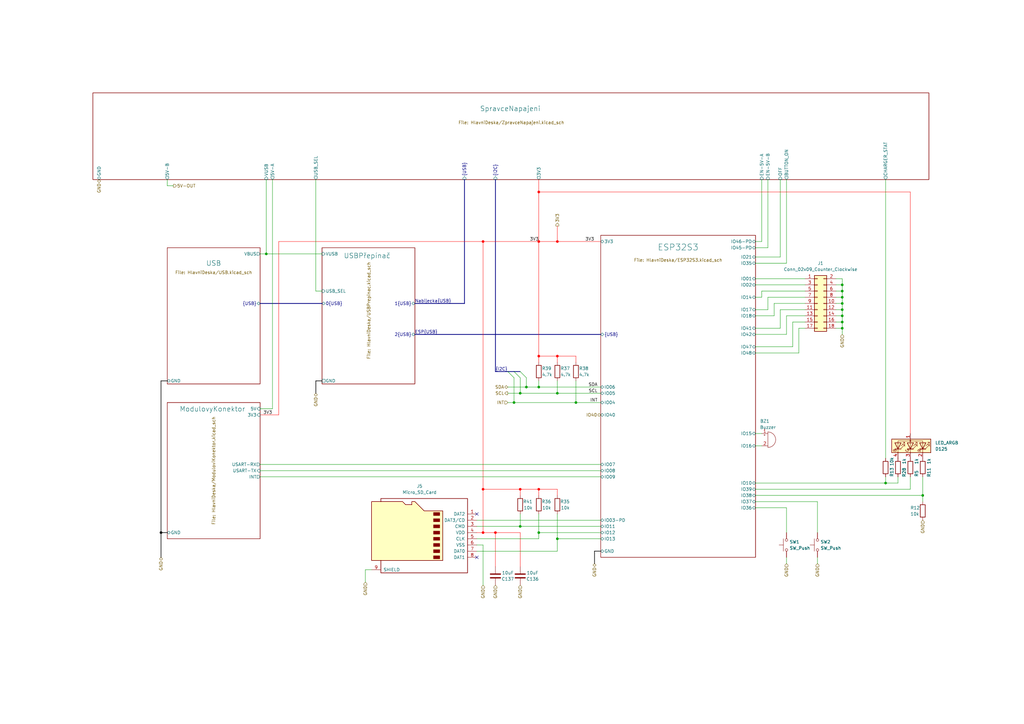
<source format=kicad_sch>
(kicad_sch (version 20250114) (generator "eeschema") (generator_version "9.0")
  (paper "A3")
  (lib_symbols
    (symbol "Connector:Micro_SD_Card" (pin_names (offset 1.016))
      (property "Reference" "J" (at -16.51 15.24 0))
      (property "Value" "Micro_SD_Card" (at 16.51 15.24 0))
      (symbol "Micro_SD_Card_0_1"
        (polyline (pts (xy -8.89 -11.43) (xy -8.89 8.89) (xy -1.27 8.89) (xy 2.54 12.7) (xy 3.81 12.7) (xy 3.81 11.43) (xy 6.35 11.43) (xy 7.62 12.7) (xy 20.32 12.7) (xy 20.32 -11.43) (xy -8.89 -11.43)) (stroke (width 0.254)) (fill (type background)))
        (rectangle (start -7.62 8.255) (end -5.08 6.985) (fill (type outline)))
        (rectangle (start -7.62 5.715) (end -5.08 4.445) (fill (type outline)))
        (rectangle (start -7.62 3.175) (end -5.08 1.905) (fill (type outline)))
        (rectangle (start -7.62 0.635) (end -5.08 -0.635) (fill (type outline)))
        (rectangle (start -7.62 -1.905) (end -5.08 -3.175) (fill (type outline)))
        (rectangle (start -7.62 -4.445) (end -5.08 -5.715) (fill (type outline)))
        (rectangle (start -7.62 -6.985) (end -5.08 -8.255) (fill (type outline)))
        (rectangle (start -7.62 -9.525) (end -5.08 -10.795) (fill (type outline)))
        (polyline (pts (xy 16.51 12.7) (xy 16.51 13.97) (xy -19.05 13.97) (xy -19.05 -16.51) (xy 16.51 -16.51) (xy 16.51 -11.43)) (stroke (width 0.254)))
      )
      (symbol "Micro_SD_Card_1_1"
        (pin bidirectional line (at -22.86 7.62 0) (length 3.81) (name "DAT2") (number "1"))
        (pin bidirectional line (at -22.86 5.08 0) (length 3.81) (name "DAT3/CD") (number "2"))
        (pin input line (at -22.86 2.54 0) (length 3.81) (name "CMD") (number "3"))
        (pin power_in line (at -22.86 0 0) (length 3.81) (name "VDD") (number "4"))
        (pin input line (at -22.86 -2.54 0) (length 3.81) (name "CLK") (number "5"))
        (pin power_in line (at -22.86 -5.08 0) (length 3.81) (name "VSS") (number "6"))
        (pin bidirectional line (at -22.86 -7.62 0) (length 3.81) (name "DAT0") (number "7"))
        (pin bidirectional line (at -22.86 -10.16 0) (length 3.81) (name "DAT1") (number "8"))
        (pin passive line (at 20.32 -15.24 180) (length 3.81) (name "SHIELD") (number "9"))
      )
    )
    (symbol "Connector_Generic:Conn_02x09_Odd_Even" (pin_names (offset 1.016) (hide yes))
      (property "Reference" "J" (at 1.27 12.7 0))
      (property "Value" "Conn_02x09_Odd_Even" (at 1.27 -12.7 0))
      (symbol "Conn_02x09_Odd_Even_1_1"
        (rectangle (start -1.27 11.43) (end 3.81 -11.43) (stroke (width 0.254)) (fill (type background)))
        (rectangle (start -1.27 10.287) (end 0 10.033) (stroke (width 0.1524)))
        (rectangle (start -1.27 7.747) (end 0 7.493) (stroke (width 0.1524)))
        (rectangle (start -1.27 5.207) (end 0 4.953) (stroke (width 0.1524)))
        (rectangle (start -1.27 2.667) (end 0 2.413) (stroke (width 0.1524)))
        (rectangle (start -1.27 0.127) (end 0 -0.127) (stroke (width 0.1524)))
        (rectangle (start -1.27 -2.413) (end 0 -2.667) (stroke (width 0.1524)))
        (rectangle (start -1.27 -4.953) (end 0 -5.207) (stroke (width 0.1524)))
        (rectangle (start -1.27 -7.493) (end 0 -7.747) (stroke (width 0.1524)))
        (rectangle (start -1.27 -10.033) (end 0 -10.287) (stroke (width 0.1524)))
        (rectangle (start 3.81 10.287) (end 2.54 10.033) (stroke (width 0.1524)))
        (rectangle (start 3.81 7.747) (end 2.54 7.493) (stroke (width 0.1524)))
        (rectangle (start 3.81 5.207) (end 2.54 4.953) (stroke (width 0.1524)))
        (rectangle (start 3.81 2.667) (end 2.54 2.413) (stroke (width 0.1524)))
        (rectangle (start 3.81 0.127) (end 2.54 -0.127) (stroke (width 0.1524)))
        (rectangle (start 3.81 -2.413) (end 2.54 -2.667) (stroke (width 0.1524)))
        (rectangle (start 3.81 -4.953) (end 2.54 -5.207) (stroke (width 0.1524)))
        (rectangle (start 3.81 -7.493) (end 2.54 -7.747) (stroke (width 0.1524)))
        (rectangle (start 3.81 -10.033) (end 2.54 -10.287) (stroke (width 0.1524)))
        (pin passive line (at -5.08 10.16 0) (length 3.81) (name "Pin_1") (number "1"))
        (pin passive line (at -5.08 7.62 0) (length 3.81) (name "Pin_3") (number "3"))
        (pin passive line (at -5.08 5.08 0) (length 3.81) (name "Pin_5") (number "5"))
        (pin passive line (at -5.08 2.54 0) (length 3.81) (name "Pin_7") (number "7"))
        (pin passive line (at -5.08 0 0) (length 3.81) (name "Pin_9") (number "9"))
        (pin passive line (at -5.08 -2.54 0) (length 3.81) (name "Pin_11") (number "11"))
        (pin passive line (at -5.08 -5.08 0) (length 3.81) (name "Pin_13") (number "13"))
        (pin passive line (at -5.08 -7.62 0) (length 3.81) (name "Pin_15") (number "15"))
        (pin passive line (at -5.08 -10.16 0) (length 3.81) (name "Pin_17") (number "17"))
        (pin passive line (at 7.62 10.16 180) (length 3.81) (name "Pin_2") (number "2"))
        (pin passive line (at 7.62 7.62 180) (length 3.81) (name "Pin_4") (number "4"))
        (pin passive line (at 7.62 5.08 180) (length 3.81) (name "Pin_6") (number "6"))
        (pin passive line (at 7.62 2.54 180) (length 3.81) (name "Pin_8") (number "8"))
        (pin passive line (at 7.62 0 180) (length 3.81) (name "Pin_10") (number "10"))
        (pin passive line (at 7.62 -2.54 180) (length 3.81) (name "Pin_12") (number "12"))
        (pin passive line (at 7.62 -5.08 180) (length 3.81) (name "Pin_14") (number "14"))
        (pin passive line (at 7.62 -7.62 180) (length 3.81) (name "Pin_16") (number "16"))
        (pin passive line (at 7.62 -10.16 180) (length 3.81) (name "Pin_18") (number "18"))
      )
    )
    (symbol "Device:Buzzer" (pin_names (offset 0.0254) (hide yes))
      (property "Reference" "BZ" (at 3.81 1.27 0))
      (property "Value" "Buzzer" (at 3.81 -1.27 0))
      (symbol "Buzzer_0_1"
        (polyline (pts (xy -1.651 1.905) (xy -1.143 1.905)))
        (polyline (pts (xy -1.397 2.159) (xy -1.397 1.651)))
        (arc (start 0 3.175) (mid 3.1612 0) (end 0 -3.175))
        (polyline (pts (xy 0 3.175) (xy 0 -3.175)))
      )
      (symbol "Buzzer_1_1"
        (pin passive line (at -2.54 2.54 0) (length 2.54) (name "-") (number "1"))
        (pin passive line (at -2.54 -2.54 0) (length 2.54) (name "+") (number "2"))
      )
    )
    (symbol "Device:C" (pin_numbers (hide yes)) (pin_names (offset 0.254))
      (property "Reference" "C" (at 0.635 2.54 0))
      (property "Value" "C" (at 0.635 -2.54 0))
      (symbol "C_0_1"
        (polyline (pts (xy -2.032 0.762) (xy 2.032 0.762)) (stroke (width 0.508)))
        (polyline (pts (xy -2.032 -0.762) (xy 2.032 -0.762)) (stroke (width 0.508)))
      )
      (symbol "C_1_1"
        (pin passive line (at 0 3.81 270) (length 2.794) (name "~") (number "1"))
        (pin passive line (at 0 -3.81 90) (length 2.794) (name "~") (number "2"))
      )
    )
    (symbol "Device:LED_ARGB" (pin_names (offset 0) (hide yes))
      (property "Reference" "D" (at 0 9.398 0))
      (property "Value" "LED_ARGB" (at 0 -8.89 0))
      (symbol "LED_ARGB_0_0"
        (text "R" (at -1.905 3.81 0) (effects (font (size 1.27 1.27))))
        (text "G" (at -1.905 -1.27 0) (effects (font (size 1.27 1.27))))
        (text "B" (at -1.905 -6.35 0) (effects (font (size 1.27 1.27))))
      )
      (symbol "LED_ARGB_0_1"
        (polyline (pts (xy -1.27 6.35) (xy -1.27 3.81)) (stroke (width 0.254)))
        (polyline (pts (xy -1.27 6.35) (xy -1.27 3.81) (xy -1.27 3.81)))
        (polyline (pts (xy -1.27 5.08) (xy -2.54 5.08)))
        (polyline (pts (xy -1.27 5.08) (xy 1.27 5.08)))
        (polyline (pts (xy -1.27 1.27) (xy -1.27 -1.27)) (stroke (width 0.254)))
        (polyline (pts (xy -1.27 1.27) (xy -1.27 -1.27) (xy -1.27 -1.27)))
        (polyline (pts (xy -1.27 0) (xy -2.54 0)))
        (polyline (pts (xy -1.27 -3.81) (xy -1.27 -6.35)) (stroke (width 0.254)))
        (polyline (pts (xy -1.27 -5.08) (xy -2.54 -5.08)))
        (polyline (pts (xy -1.27 -5.08) (xy 1.27 -5.08)))
        (polyline (pts (xy -1.016 6.35) (xy 0.508 7.874) (xy -0.254 7.874) (xy 0.508 7.874) (xy 0.508 7.112)))
        (polyline (pts (xy -1.016 1.27) (xy 0.508 2.794) (xy -0.254 2.794) (xy 0.508 2.794) (xy 0.508 2.032)))
        (polyline (pts (xy -1.016 -3.81) (xy 0.508 -2.286) (xy -0.254 -2.286) (xy 0.508 -2.286) (xy 0.508 -3.048)))
        (polyline (pts (xy 0 6.35) (xy 1.524 7.874) (xy 0.762 7.874) (xy 1.524 7.874) (xy 1.524 7.112)))
        (polyline (pts (xy 0 1.27) (xy 1.524 2.794) (xy 0.762 2.794) (xy 1.524 2.794) (xy 1.524 2.032)))
        (polyline (pts (xy 0 -3.81) (xy 1.524 -2.286) (xy 0.762 -2.286) (xy 1.524 -2.286) (xy 1.524 -3.048)))
        (polyline (pts (xy 1.27 6.35) (xy 1.27 3.81) (xy -1.27 5.08) (xy 1.27 6.35)) (stroke (width 0.254)))
        (rectangle (start 1.27 6.35) (end 1.27 6.35))
        (rectangle (start 1.27 3.81) (end 1.27 6.35))
        (polyline (pts (xy 1.27 1.27) (xy 1.27 -1.27) (xy -1.27 0) (xy 1.27 1.27)) (stroke (width 0.254)))
        (rectangle (start 1.27 1.27) (end 1.27 1.27))
        (polyline (pts (xy 1.27 0) (xy -1.27 0)))
        (polyline (pts (xy 1.27 0) (xy 2.54 0)))
        (rectangle (start 1.27 -1.27) (end 1.27 1.27))
        (polyline (pts (xy 1.27 -3.81) (xy 1.27 -6.35) (xy -1.27 -5.08) (xy 1.27 -3.81)) (stroke (width 0.254)))
        (polyline (pts (xy 1.27 -5.08) (xy 2.032 -5.08) (xy 2.032 5.08) (xy 1.27 5.08)))
        (circle (center 2.032 0) (radius 0.254) (fill (type outline)))
        (rectangle (start 2.794 8.382) (end -2.794 -7.62) (stroke (width 0.254)) (fill (type background)))
      )
      (symbol "LED_ARGB_1_1"
        (pin passive line (at -5.08 5.08 0) (length 2.54) (name "RK") (number "2"))
        (pin passive line (at -5.08 0 0) (length 2.54) (name "GK") (number "3"))
        (pin passive line (at -5.08 -5.08 0) (length 2.54) (name "BK") (number "4"))
        (pin passive line (at 5.08 0 180) (length 2.54) (name "A") (number "1"))
      )
    )
    (symbol "Device:R" (pin_numbers (hide yes)) (pin_names (offset 0))
      (property "Reference" "R" (at 2.032 0 90))
      (property "Value" "R" (at 0 0 90))
      (symbol "R_0_1"
        (rectangle (start -1.016 -2.54) (end 1.016 2.54) (stroke (width 0.254)))
      )
      (symbol "R_1_1"
        (pin passive line (at 0 3.81 270) (length 1.27) (name "~") (number "1"))
        (pin passive line (at 0 -3.81 90) (length 1.27) (name "~") (number "2"))
      )
    )
    (symbol "Switch:SW_Push" (pin_numbers (hide yes)) (pin_names (offset 1.016) (hide yes))
      (property "Reference" "SW" (at 1.27 2.54 0))
      (property "Value" "SW_Push" (at 0 -1.524 0))
      (symbol "SW_Push_0_1"
        (circle (center -2.032 0) (radius 0.508))
        (polyline (pts (xy 0 1.27) (xy 0 3.048)))
        (circle (center 2.032 0) (radius 0.508))
        (polyline (pts (xy 2.54 1.27) (xy -2.54 1.27)))
        (pin passive line (at -5.08 0 0) (length 2.54) (name "1") (number "1"))
        (pin passive line (at 5.08 0 180) (length 2.54) (name "2") (number "2"))
      )
    )
  )
  (bus_alias "I2C" (members "SCL" "SDA" "INT"))
  (bus_alias "USB" (members "D+" "D-"))
  (junction (at 228.6 146.05) (color 255 0 0 1))
  (junction (at 236.22 165.1))
  (junction (at 228.6 220.98))
  (junction (at 345.44 129.54))
  (junction (at 378.46 203.2))
  (junction (at 220.98 158.75))
  (junction (at 345.44 124.46))
  (junction (at 198.12 200.66) (color 255 0 0 1))
  (junction (at 228.6 161.29))
  (junction (at 198.12 99.06) (color 255 0 0 1))
  (junction (at 215.9 158.75))
  (junction (at 220.98 99.06) (color 255 0 0 1))
  (junction (at 345.44 127))
  (junction (at 345.44 134.62))
  (junction (at 109.22 104.14))
  (junction (at 220.98 146.05) (color 255 0 0 1))
  (junction (at 220.98 200.66) (color 255 0 0 1))
  (junction (at 220.98 218.44))
  (junction (at 363.22 198.12))
  (junction (at 345.44 116.84))
  (junction (at 66.04 218.44) (color 0 0 0 1))
  (junction (at 198.12 218.44) (color 255 0 0 1))
  (junction (at 345.44 121.92))
  (junction (at 210.82 165.1))
  (junction (at 203.2 218.44) (color 255 0 0 1))
  (junction (at 213.36 200.66) (color 255 0 0 1))
  (junction (at 213.36 161.29))
  (junction (at 345.44 119.38))
  (junction (at 213.36 215.9))
  (junction (at 228.6 99.06) (color 255 0 0 1))
  (junction (at 345.44 132.08))
  (junction (at 220.98 78.74) (color 255 0 0 1))
  (no_connect (at 195.58 228.6))
  (no_connect (at 195.58 210.82))
  (bus_entry (at 213.36 152.4) (size 2.54 2.54))
  (bus_entry (at 210.82 152.4) (size 2.54 2.54))
  (bus_entry (at 208.28 152.4) (size 2.54 2.54))
  (wire (pts (xy 236.22 146.05) (xy 228.6 146.05)) (stroke (width 0) (color 255 0 0 1)))
  (wire (pts (xy 317.5 124.46) (xy 330.2 124.46)))
  (wire (pts (xy 195.58 218.44) (xy 198.12 218.44)) (stroke (width 0) (color 255 0 0 1)))
  (wire (pts (xy 198.12 240.03) (xy 198.12 223.52)))
  (wire (pts (xy 208.28 158.75) (xy 215.9 158.75)))
  (wire (pts (xy 228.6 220.98) (xy 228.6 226.06)))
  (wire (pts (xy 342.9 127) (xy 345.44 127)))
  (wire (pts (xy 129.54 156.21) (xy 132.08 156.21)) (stroke (width 0.25) (color 0 0 0 1)))
  (wire (pts (xy 309.88 107.95) (xy 322.58 107.95)))
  (bus (pts (xy 170.18 124.46) (xy 190.5 124.46)))
  (wire (pts (xy 106.68 193.04) (xy 246.38 193.04)))
  (wire (pts (xy 345.44 132.08) (xy 345.44 134.62)))
  (wire (pts (xy 317.5 129.54) (xy 317.5 124.46)))
  (wire (pts (xy 228.6 156.21) (xy 228.6 161.29)))
  (bus (pts (xy 170.18 137.16) (xy 246.38 137.16)))
  (wire (pts (xy 309.88 101.6) (xy 314.96 101.6)))
  (wire (pts (xy 342.9 114.3) (xy 345.44 114.3)))
  (wire (pts (xy 149.86 233.68) (xy 152.4 233.68)))
  (wire (pts (xy 345.44 134.62) (xy 345.44 137.16)))
  (wire (pts (xy 342.9 121.92) (xy 345.44 121.92)))
  (wire (pts (xy 309.88 99.06) (xy 312.42 99.06)))
  (bus (pts (xy 210.82 152.4) (xy 213.36 152.4)))
  (wire (pts (xy 342.9 119.38) (xy 345.44 119.38)))
  (wire (pts (xy 220.98 158.75) (xy 246.38 158.75)))
  (wire (pts (xy 322.58 137.16) (xy 322.58 129.54)))
  (wire (pts (xy 66.04 218.44) (xy 66.04 156.21)) (stroke (width 0.25) (color 0 0 0 1)))
  (wire (pts (xy 106.68 104.14) (xy 109.22 104.14)))
  (wire (pts (xy 309.88 105.41) (xy 320.04 105.41)))
  (wire (pts (xy 132.08 104.14) (xy 109.22 104.14)))
  (wire (pts (xy 330.2 127) (xy 320.04 127)))
  (wire (pts (xy 342.9 129.54) (xy 345.44 129.54)))
  (wire (pts (xy 309.88 205.74) (xy 335.28 205.74)))
  (wire (pts (xy 322.58 208.28) (xy 322.58 218.44)))
  (wire (pts (xy 325.12 142.24) (xy 309.88 142.24)))
  (wire (pts (xy 220.98 203.2) (xy 220.98 200.66)) (stroke (width 0) (color 255 0 0 1)))
  (wire (pts (xy 195.58 213.36) (xy 246.38 213.36)))
  (wire (pts (xy 335.28 228.6) (xy 335.28 231.14)))
  (wire (pts (xy 325.12 132.08) (xy 325.12 142.24)))
  (wire (pts (xy 342.9 116.84) (xy 345.44 116.84)))
  (wire (pts (xy 215.9 154.94) (xy 215.9 158.75)))
  (wire (pts (xy 378.46 203.2) (xy 378.46 205.74)))
  (wire (pts (xy 106.68 167.64) (xy 111.76 167.64)))
  (wire (pts (xy 228.6 200.66) (xy 220.98 200.66)) (stroke (width 0) (color 255 0 0 1)))
  (wire (pts (xy 213.36 210.82) (xy 213.36 215.9)))
  (wire (pts (xy 66.04 218.44) (xy 68.58 218.44)) (stroke (width 0.25) (color 0 0 0 1)))
  (wire (pts (xy 149.86 238.76) (xy 149.86 233.68)))
  (wire (pts (xy 198.12 200.66) (xy 213.36 200.66)) (stroke (width 0) (color 255 0 0 1)))
  (wire (pts (xy 342.9 124.46) (xy 345.44 124.46)))
  (wire (pts (xy 213.36 215.9) (xy 195.58 215.9)))
  (wire (pts (xy 345.44 129.54) (xy 345.44 132.08)))
  (bus (pts (xy 190.5 124.46) (xy 190.5 73.66)))
  (bus (pts (xy 203.2 152.4) (xy 208.28 152.4)))
  (wire (pts (xy 363.22 73.66) (xy 363.22 187.96)))
  (wire (pts (xy 378.46 195.58) (xy 378.46 203.2)))
  (wire (pts (xy 243.84 226.06) (xy 246.38 226.06)) (stroke (width 0.25) (color 0 0 0 1)))
  (wire (pts (xy 314.96 73.66) (xy 314.96 101.6)))
  (wire (pts (xy 198.12 223.52) (xy 195.58 223.52)))
  (wire (pts (xy 322.58 129.54) (xy 330.2 129.54)))
  (wire (pts (xy 309.88 129.54) (xy 317.5 129.54)))
  (wire (pts (xy 345.44 114.3) (xy 345.44 116.84)))
  (wire (pts (xy 68.58 76.2) (xy 71.12 76.2)))
  (wire (pts (xy 111.76 73.66) (xy 111.76 167.64)))
  (wire (pts (xy 215.9 158.75) (xy 220.98 158.75)))
  (wire (pts (xy 109.22 73.66) (xy 109.22 104.14)))
  (wire (pts (xy 345.44 121.92) (xy 345.44 124.46)))
  (wire (pts (xy 114.3 99.06) (xy 198.12 99.06)) (stroke (width 0) (color 255 0 0 1)))
  (wire (pts (xy 208.28 161.29) (xy 213.36 161.29)))
  (wire (pts (xy 228.6 203.2) (xy 228.6 200.66)) (stroke (width 0) (color 255 0 0 1)))
  (wire (pts (xy 220.98 78.74) (xy 220.98 99.06)) (stroke (width 0) (color 255 0 0 1)))
  (wire (pts (xy 106.68 170.18) (xy 114.3 170.18)) (stroke (width 0) (color 255 0 0 1)))
  (wire (pts (xy 213.36 154.94) (xy 213.36 161.29)))
  (wire (pts (xy 236.22 156.21) (xy 236.22 165.1)))
  (wire (pts (xy 220.98 210.82) (xy 220.98 218.44)))
  (wire (pts (xy 345.44 124.46) (xy 345.44 127)))
  (wire (pts (xy 373.38 177.8) (xy 373.38 78.74)) (stroke (width 0) (color 255 0 0 1)))
  (wire (pts (xy 327.66 144.78) (xy 327.66 134.62)))
  (wire (pts (xy 129.54 161.29) (xy 129.54 156.21)) (stroke (width 0.25) (color 0 0 0 1)))
  (wire (pts (xy 345.44 119.38) (xy 345.44 121.92)))
  (wire (pts (xy 106.68 190.5) (xy 246.38 190.5)))
  (wire (pts (xy 373.38 78.74) (xy 220.98 78.74)) (stroke (width 0) (color 255 0 0 1)))
  (wire (pts (xy 220.98 99.06) (xy 228.6 99.06)) (stroke (width 0) (color 255 0 0 1)))
  (wire (pts (xy 312.42 73.66) (xy 312.42 99.06)))
  (wire (pts (xy 314.96 127) (xy 314.96 121.92)))
  (wire (pts (xy 335.28 205.74) (xy 335.28 218.44)))
  (wire (pts (xy 220.98 156.21) (xy 220.98 158.75)))
  (wire (pts (xy 309.88 127) (xy 314.96 127)))
  (wire (pts (xy 220.98 73.66) (xy 220.98 78.74)) (stroke (width 0) (color 255 0 0 1)))
  (wire (pts (xy 327.66 134.62) (xy 330.2 134.62)))
  (wire (pts (xy 68.58 73.66) (xy 68.58 76.2)))
  (wire (pts (xy 320.04 127) (xy 320.04 134.62)))
  (bus (pts (xy 208.28 152.4) (xy 210.82 152.4)))
  (wire (pts (xy 213.36 232.41) (xy 213.36 218.44)) (stroke (width 0) (color 255 0 0 1)))
  (wire (pts (xy 368.3 198.12) (xy 368.3 195.58)))
  (wire (pts (xy 330.2 132.08) (xy 325.12 132.08)))
  (wire (pts (xy 208.28 165.1) (xy 210.82 165.1)))
  (wire (pts (xy 228.6 146.05) (xy 228.6 148.59)) (stroke (width 0) (color 255 0 0 1)))
  (wire (pts (xy 309.88 200.66) (xy 373.38 200.66)))
  (wire (pts (xy 106.68 195.58) (xy 246.38 195.58)))
  (wire (pts (xy 210.82 154.94) (xy 210.82 165.1)))
  (wire (pts (xy 373.38 195.58) (xy 373.38 200.66)))
  (wire (pts (xy 228.6 210.82) (xy 228.6 220.98)))
  (wire (pts (xy 198.12 99.06) (xy 220.98 99.06)) (stroke (width 0) (color 255 0 0 1)))
  (wire (pts (xy 320.04 134.62) (xy 309.88 134.62)))
  (wire (pts (xy 213.36 161.29) (xy 228.6 161.29)))
  (wire (pts (xy 203.2 232.41) (xy 203.2 218.44)) (stroke (width 0) (color 255 0 0 1)))
  (wire (pts (xy 246.38 215.9) (xy 213.36 215.9)))
  (wire (pts (xy 66.04 156.21) (xy 68.58 156.21)) (stroke (width 0.25) (color 0 0 0 1)))
  (wire (pts (xy 322.58 73.66) (xy 322.58 107.95)))
  (wire (pts (xy 363.22 195.58) (xy 363.22 198.12)))
  (wire (pts (xy 228.6 92.71) (xy 228.6 99.06)) (stroke (width 0) (color 255 0 0 1)))
  (wire (pts (xy 236.22 165.1) (xy 246.38 165.1)))
  (wire (pts (xy 228.6 99.06) (xy 246.38 99.06)) (stroke (width 0) (color 255 0 0 1)))
  (wire (pts (xy 203.2 218.44) (xy 198.12 218.44)) (stroke (width 0) (color 255 0 0 1)))
  (wire (pts (xy 246.38 220.98) (xy 228.6 220.98)))
  (wire (pts (xy 198.12 200.66) (xy 198.12 218.44)) (stroke (width 0) (color 255 0 0 1)))
  (wire (pts (xy 228.6 161.29) (xy 246.38 161.29)))
  (wire (pts (xy 309.88 182.88) (xy 312.42 182.88)))
  (wire (pts (xy 345.44 127) (xy 345.44 129.54)))
  (wire (pts (xy 320.04 73.66) (xy 320.04 105.41)))
  (wire (pts (xy 220.98 220.98) (xy 195.58 220.98)))
  (wire (pts (xy 210.82 165.1) (xy 236.22 165.1)))
  (wire (pts (xy 342.9 134.62) (xy 345.44 134.62)))
  (wire (pts (xy 312.42 119.38) (xy 330.2 119.38)))
  (wire (pts (xy 220.98 99.06) (xy 220.98 146.05)) (stroke (width 0) (color 255 0 0 1)))
  (wire (pts (xy 309.88 121.92) (xy 312.42 121.92)))
  (wire (pts (xy 66.04 218.44) (xy 66.04 228.6)) (stroke (width 0.25) (color 0 0 0 1)))
  (wire (pts (xy 203.2 218.44) (xy 213.36 218.44)) (stroke (width 0) (color 255 0 0 1)))
  (wire (pts (xy 363.22 198.12) (xy 309.88 198.12)))
  (wire (pts (xy 314.96 121.92) (xy 330.2 121.92)))
  (wire (pts (xy 309.88 177.8) (xy 312.42 177.8)))
  (wire (pts (xy 236.22 148.59) (xy 236.22 146.05)) (stroke (width 0) (color 255 0 0 1)))
  (wire (pts (xy 228.6 226.06) (xy 195.58 226.06)))
  (wire (pts (xy 345.44 116.84) (xy 345.44 119.38)))
  (wire (pts (xy 312.42 121.92) (xy 312.42 119.38)))
  (wire (pts (xy 309.88 116.84) (xy 330.2 116.84)))
  (wire (pts (xy 322.58 208.28) (xy 309.88 208.28)))
  (wire (pts (xy 342.9 132.08) (xy 345.44 132.08)))
  (wire (pts (xy 322.58 228.6) (xy 322.58 231.14)))
  (wire (pts (xy 213.36 200.66) (xy 213.36 203.2)) (stroke (width 0) (color 255 0 0 1)))
  (wire (pts (xy 220.98 218.44) (xy 220.98 220.98)))
  (wire (pts (xy 309.88 144.78) (xy 327.66 144.78)))
  (wire (pts (xy 198.12 99.06) (xy 198.12 200.66)) (stroke (width 0) (color 255 0 0 1)))
  (wire (pts (xy 309.88 203.2) (xy 378.46 203.2)))
  (bus (pts (xy 203.2 73.66) (xy 203.2 152.4)))
  (wire (pts (xy 129.54 119.38) (xy 132.08 119.38)))
  (wire (pts (xy 220.98 146.05) (xy 220.98 148.59)) (stroke (width 0) (color 255 0 0 1)))
  (wire (pts (xy 228.6 146.05) (xy 220.98 146.05)) (stroke (width 0) (color 255 0 0 1)))
  (wire (pts (xy 309.88 137.16) (xy 322.58 137.16)))
  (wire (pts (xy 246.38 218.44) (xy 220.98 218.44)))
  (wire (pts (xy 368.3 198.12) (xy 363.22 198.12)))
  (bus (pts (xy 106.68 124.46) (xy 132.08 124.46)))
  (wire (pts (xy 243.84 231.14) (xy 243.84 226.06)) (stroke (width 0.25) (color 0 0 0 1)))
  (wire (pts (xy 114.3 170.18) (xy 114.3 99.06)) (stroke (width 0) (color 255 0 0 1)))
  (wire (pts (xy 129.54 73.66) (xy 129.54 119.38)))
  (wire (pts (xy 309.88 114.3) (xy 330.2 114.3)))
  (wire (pts (xy 213.36 200.66) (xy 220.98 200.66)) (stroke (width 0) (color 255 0 0 1)))
  (label "SDA" (at 245.11 158.75 180))
  (label "{I2C}" (at 203.2 152.4 0))
  (label "INT" (at 245.11 165.1 180))
  (label "SCL" (at 245.11 161.29 180))
  (label "Nabijecka{USB}" (at 170.18 124.46 0))
  (label "3V3" (at 107.95 170.18 0))
  (label "3V3" (at 240.03 99.06 0))
  (label "ESP{USB}" (at 170.18 137.16 0))
  (label "3V3" (at 220.98 99.06 180))
  (hierarchical_label "INT" (shape input) (at 208.28 165.1 180))
  (hierarchical_label "GND" (shape input) (at 322.58 231.14 270))
  (hierarchical_label "GND" (shape input) (at 345.44 137.16 270))
  (hierarchical_label "SCL" (shape output) (at 208.28 161.29 180))
  (hierarchical_label "GND" (shape bidirectional) (at 66.04 228.6 270))
  (hierarchical_label "GND" (shape input) (at 203.2 240.03 270))
  (hierarchical_label "3V3" (shape output) (at 228.6 92.71 90))
  (hierarchical_label "GND" (shape bidirectional) (at 129.54 161.29 270))
  (hierarchical_label "GND" (shape input) (at 198.12 240.03 270))
  (hierarchical_label "SDA" (shape bidirectional) (at 208.28 158.75 180))
  (hierarchical_label "IO40" (shape bidirectional) (at 246.38 170.18 180))
  (hierarchical_label "GND" (shape input) (at 378.46 213.36 270))
  (hierarchical_label "GND" (shape bidirectional) (at 40.64 73.66 270))
  (hierarchical_label "GND" (shape bidirectional) (at 243.84 231.14 270))
  (hierarchical_label "GND" (shape input) (at 149.86 238.76 270))
  (hierarchical_label "GND" (shape input) (at 213.36 240.03 270))
  (hierarchical_label "5V-OUT" (shape output) (at 71.12 76.2 0))
  (hierarchical_label "GND" (shape input) (at 335.28 231.14 270))
  (symbol (lib_id "Switch:SW_Push") (at 322.58 223.52 90) (unit 1)
    (property "Reference" "SW1" (at 323.85 222.25 90) (effects (justify right)))
    (property "Value" "SW_Push" (at 323.85 224.79 90) (effects (justify right)))
    (property "Footprint" "RLK-ElectorMechanicalComponents:TCF2QR" (effects (hide yes)))
    (property "Basic/Extended" "E" (effects (hide yes)))
    (property "LCSC" "C240292" (effects (hide yes)))
  )
  (symbol (lib_id "Device:R") (at 213.36 207.01 0) (mirror y) (unit 1)
    (property "Reference" "R41" (at 218.44 205.74 0) (effects (justify left)))
    (property "Value" "10k" (at 218.44 208.28 0) (effects (justify left)))
    (property "Footprint" "Resistor_SMD:R_0402_1005Metric" (effects (hide yes)))
    (property "LCSC" "C25744" (effects (hide yes)))
    (property "JLCPCB_CORRECTION" "0;0;0" (effects (hide yes)))
  )
  (symbol (lib_id "Connector:Micro_SD_Card") (at 172.72 218.44 0) (mirror y) (unit 1)
    (property "Reference" "J5" (at 172.085 199.39 0))
    (property "Value" "Micro_SD_Card" (at 172.085 201.93 0))
    (property "Footprint" "Connector_Card:microSD_HC_Molex_47219-2001" (effects (hide yes)))
    (property "Datasheet" "http://katalog.we-online.de/em/datasheet/693072010801.pdf" (effects (hide yes)))
    (property "LCSC" "C91145" (effects (hide yes)))
    (property "JLCPCB_CORRECTION" "0;-2;0" (effects (hide yes)))
  )
  (symbol (lib_id "Device:R") (at 368.3 191.77 0) (mirror y) (unit 1)
    (property "Reference" "R28" (at 370.84 191.77 90) (effects (justify right)))
    (property "Value" "1k" (at 370.84 187.96 90) (effects (justify right)))
    (property "Footprint" "Resistor_SMD:R_0402_1005Metric" (effects (hide yes)))
    (property "LCSC" "C11702" (effects (hide yes)))
    (property "Basic/Extended" "B" (effects (hide yes)))
    (instances (project "ZakladniElektronika" (path "" (reference "R28") (unit 1))) (project "RB3203" (path "" (reference "R?") (unit 1))))
  )
  (symbol (lib_id "Device:LED_ARGB") (at 373.38 182.88 270) (mirror x) (unit 1)
    (property "Reference" "D125" (at 383.54 184.1501 90) (effects (justify left)))
    (property "Value" "LED_ARGB" (at 383.54 181.6101 90) (effects (justify left)))
    (property "Footprint" "RKL-LED:XL-3806RGBC-4L" (effects (hide yes)))
    (property "Description" "RGB LED, anode/red/green/blue" (effects (hide yes)))
    (property "LCSC" "C2843779" (effects (hide yes)))
  )
  (symbol (lib_id "Device:R") (at 373.38 191.77 0) (mirror y) (unit 1)
    (property "Reference" "R5" (at 375.92 195.58 90) (effects (justify left)))
    (property "Value" "1k" (at 375.92 187.96 90) (effects (justify right)))
    (property "Footprint" "Resistor_SMD:R_0402_1005Metric" (effects (hide yes)))
    (property "LCSC" "C11702" (effects (hide yes)))
    (property "Basic/Extended" "B" (effects (hide yes)))
  )
  (symbol (lib_id "Device:R") (at 220.98 207.01 0) (mirror y) (unit 1)
    (property "Reference" "R36" (at 226.06 205.74 0) (effects (justify left)))
    (property "Value" "10k" (at 226.06 208.28 0) (effects (justify left)))
    (property "Footprint" "Resistor_SMD:R_0402_1005Metric" (effects (hide yes)))
    (property "LCSC" "C25744" (effects (hide yes)))
    (property "JLCPCB_CORRECTION" "0;0;0" (effects (hide yes)))
  )
  (symbol (lib_id "Switch:SW_Push") (at 335.28 223.52 90) (unit 1)
    (property "Reference" "SW2" (at 336.55 222.25 90) (effects (justify right)))
    (property "Value" "SW_Push" (at 336.55 224.79 90) (effects (justify right)))
    (property "Footprint" "RLK-ElectorMechanicalComponents:TCF2QR" (effects (hide yes)))
    (property "Basic/Extended" "E" (effects (hide yes)))
    (property "LCSC" "C240292" (effects (hide yes)))
  )
  (symbol (lib_id "Device:Buzzer") (at 314.96 180.34 0) (unit 1)
    (property "Reference" "BZ1" (at 313.69 172.72 0))
    (property "Value" "Buzzer" (at 314.96 175.26 0))
    (property "Footprint" "RKL-Audio:PKLCS1212E-(RH-Logic_piezzo)" (effects (hide yes)))
    (property "LCSC" "C113159" (effects (hide yes)))
    (property "Basic/Extended" "E" (effects (hide yes)))
  )
  (symbol (lib_id "Device:R") (at 228.6 207.01 0) (mirror y) (unit 1)
    (property "Reference" "R35" (at 233.68 205.74 0) (effects (justify left)))
    (property "Value" "10k" (at 233.68 208.28 0) (effects (justify left)))
    (property "Footprint" "Resistor_SMD:R_0402_1005Metric" (effects (hide yes)))
    (property "LCSC" "C25744" (effects (hide yes)))
    (property "JLCPCB_CORRECTION" "0;0;0" (effects (hide yes)))
  )
  (symbol (lib_id "Device:R") (at 363.22 191.77 0) (unit 1)
    (property "Reference" "R13" (at 365.76 195.58 90) (effects (justify left)))
    (property "Value" "10k" (at 365.76 191.135 90) (effects (justify left)))
    (property "Footprint" "Resistor_SMD:R_0402_1005Metric" (effects (hide yes)))
    (property "LCSC" "C25744" (effects (hide yes)))
    (property "JLCPCB_CORRECTION" "0;0;0" (effects (hide yes)))
    (property "Basic/Extended" "B" (effects (hide yes)))
  )
  (symbol (lib_id "Device:R") (at 220.98 152.4 0) (unit 1)
    (property "Reference" "R39" (at 222.25 151.13 0) (effects (justify left)))
    (property "Value" "4.7k" (at 222.25 153.67 0) (effects (justify left)))
    (property "Footprint" "Resistor_SMD:R_0402_1005Metric" (effects (hide yes)))
    (property "LCSC" "C25900" (effects (hide yes)))
    (property "Basic/Extended" "B" (effects (hide yes)))
    (instances (project "ZakladniElektronika" (path "" (reference "R39") (unit 1))) (project "RB3203" (path "" (reference "R?") (unit 1))))
  )
  (symbol (lib_id "Connector_Generic:Conn_02x09_Odd_Even") (at 335.28 124.46 0) (unit 1)
    (property "Reference" "J1" (at 336.55 107.95 0))
    (property "Value" "Conn_02x09_Counter_Clockwise" (at 336.55 110.49 0))
    (property "Footprint" "Connector_PinHeader_2.54mm:PinHeader_2x09_P2.54mm_Vertical" (effects (hide yes)))
    (property "Description" "Generic connector, double row, 02x09, odd/even pin numbering scheme (row 1 odd numbers, row 2 even numbers), script generated (kicad-library-utils/schlib/autogen/connector/)" (effects (hide yes)))
  )
  (symbol (lib_id "Device:R") (at 236.22 152.4 0) (unit 1)
    (property "Reference" "R38" (at 237.49 151.13 0) (effects (justify left)))
    (property "Value" "4.7k" (at 237.49 153.67 0) (effects (justify left)))
    (property "Footprint" "Resistor_SMD:R_0402_1005Metric" (effects (hide yes)))
    (property "LCSC" "C25900" (effects (hide yes)))
    (property "Basic/Extended" "B" (effects (hide yes)))
    (instances (project "ZakladniElektronika" (path "" (reference "R38") (unit 1))) (project "RB3203" (path "" (reference "R?") (unit 1))))
  )
  (symbol (lib_id "Device:R") (at 228.6 152.4 0) (unit 1)
    (property "Reference" "R37" (at 229.87 151.13 0) (effects (justify left)))
    (property "Value" "4.7k" (at 229.87 153.67 0) (effects (justify left)))
    (property "Footprint" "Resistor_SMD:R_0402_1005Metric" (effects (hide yes)))
    (property "LCSC" "C25900" (effects (hide yes)))
    (property "Basic/Extended" "B" (effects (hide yes)))
    (instances (project "ZakladniElektronika" (path "" (reference "R37") (unit 1))) (project "RB3203" (path "" (reference "R?") (unit 1))))
  )
  (symbol (lib_id "Device:R") (at 378.46 191.77 0) (mirror y) (unit 1)
    (property "Reference" "R11" (at 381 191.77 90) (effects (justify right)))
    (property "Value" "1k" (at 381 187.96 90) (effects (justify right)))
    (property "Footprint" "Resistor_SMD:R_0402_1005Metric" (effects (hide yes)))
    (property "LCSC" "C11702" (effects (hide yes)))
    (property "Basic/Extended" "B" (effects (hide yes)))
  )
  (symbol (lib_id "Device:R") (at 378.46 209.55 0) (unit 1)
    (property "Reference" "R12" (at 373.38 208.28 0) (effects (justify left)))
    (property "Value" "10k" (at 373.38 210.82 0) (effects (justify left)))
    (property "Footprint" "Resistor_SMD:R_0402_1005Metric" (effects (hide yes)))
    (property "LCSC" "C25744" (effects (hide yes)))
    (property "JLCPCB_CORRECTION" "0;0;0" (effects (hide yes)))
    (property "Basic/Extended" "B" (effects (hide yes)))
  )
  (symbol (lib_id "Device:C") (at 213.36 236.22 0) (mirror y) (unit 1)
    (property "Reference" "C136" (at 218.44 237.49 0))
    (property "Value" "10uF" (at 218.44 234.95 0))
    (property "Footprint" "Capacitor_SMD:C_0603_1608Metric" (effects (hide yes)))
    (property "LCSC" "C96446" (effects (hide yes)))
    (property "JLCPCB_CORRECTION" "0;0;0" (effects (hide yes)))
  )
  (symbol (lib_id "Device:C") (at 203.2 236.22 0) (mirror y) (unit 1)
    (property "Reference" "C137" (at 208.28 237.49 0))
    (property "Value" "10uF" (at 208.28 234.95 0))
    (property "Footprint" "Capacitor_SMD:C_0603_1608Metric" (effects (hide yes)))
    (property "LCSC" "C96446" (effects (hide yes)))
    (property "JLCPCB_CORRECTION" "0;0;0" (effects (hide yes)))
  )
  (sheet (at 68.58 165.1) (size 38.1 55.88) (stroke (width 0.1524))
    (property "Sheetname" "ModulovyKonektor" (at 73.66 168.91 0) (effects (font (size 2 2)) (justify left bottom)))
    (property "Sheetfile" "HlavniDeska/ModuloviKonektor.kicad_sch" (at 87.63 193.04 90))
    (pin "GND" bidirectional (at 68.58 218.44 180))
    (pin "USART-RX" output (at 106.68 190.5 0))
    (pin "USART-TX" input (at 106.68 193.04 0))
    (pin "INT" output (at 106.68 195.58 0))
    (pin "5V" input (at 106.68 167.64 0))
    (pin "3V3" input (at 106.68 170.18 0))
  )
  (sheet (at 68.58 101.6) (size 38.1 55.88) (stroke (width 0.1524))
    (property "Sheetname" "USB" (at 87.63 107.95 0) (effects (font (size 2 2))))
    (property "Sheetfile" "HlavniDeska/USB.kicad_sch" (at 87.63 111.76 0))
    (pin "{USB}" bidirectional (at 106.68 124.46 0))
    (pin "GND" bidirectional (at 68.58 156.21 180))
    (pin "VBUS" output (at 106.68 104.14 0))
  )
  (sheet (at 246.38 96.52) (size 63.5 132.08) (stroke (width 0.1524))
    (property "Sheetname" "ESP32S3" (at 278.13 102.87 0) (effects (font (size 2.5 2.5)) (justify bottom)))
    (property "Sheetfile" "HlavniDeska/ESP32S3.kicad_sch" (at 278.13 106.68 0))
    (pin "3V3" bidirectional (at 246.38 99.06 180))
    (pin "IO05" bidirectional (at 246.38 161.29 180))
    (pin "IO04" bidirectional (at 246.38 165.1 180))
    (pin "IO07" bidirectional (at 246.38 190.5 180))
    (pin "IO01" bidirectional (at 309.88 114.3 0))
    (pin "IO02" bidirectional (at 309.88 116.84 0))
    (pin "IO06" bidirectional (at 246.38 158.75 180))
    (pin "IO40" bidirectional (at 246.38 170.18 180))
    (pin "IO39" bidirectional (at 309.88 200.66 0))
    (pin "IO41" bidirectional (at 309.88 134.62 0))
    (pin "IO42" bidirectional (at 309.88 137.16 0))
    (pin "IO35" bidirectional (at 309.88 107.95 0))
    (pin "IO21" bidirectional (at 309.88 105.41 0))
    (pin "IO18" bidirectional (at 309.88 129.54 0))
    (pin "IO16" bidirectional (at 309.88 182.88 0))
    (pin "IO15" bidirectional (at 309.88 177.8 0))
    (pin "IO17" bidirectional (at 309.88 127 0))
    (pin "IO36" bidirectional (at 309.88 208.28 0))
    (pin "IO37" bidirectional (at 309.88 205.74 0))
    (pin "IO38" bidirectional (at 309.88 203.2 0))
    (pin "IO48" bidirectional (at 309.88 144.78 0))
    (pin "IO47" bidirectional (at 309.88 142.24 0))
    (pin "IO10" bidirectional (at 309.88 198.12 0))
    (pin "IO11" bidirectional (at 246.38 215.9 180))
    (pin "IO12" bidirectional (at 246.38 218.44 180))
    (pin "IO13" bidirectional (at 246.38 220.98 180))
    (pin "IO14" bidirectional (at 309.88 121.92 0))
    (pin "IO08" bidirectional (at 246.38 193.04 180))
    (pin "IO09" bidirectional (at 246.38 195.58 180))
    (pin "IO45-PD" bidirectional (at 309.88 101.6 0))
    (pin "IO03-PD" bidirectional (at 246.38 213.36 180))
    (pin "IO46-PD" bidirectional (at 309.88 99.06 0))
    (pin "{USB}" bidirectional (at 246.38 137.16 180))
    (pin "GND" bidirectional (at 246.38 226.06 180))
  )
  (sheet (at 132.08 101.6) (size 38.1 55.88) (stroke (width 0.1524))
    (property "Sheetname" "USBPřepínač" (at 140.97 106.045 0) (effects (font (size 2 2)) (justify left bottom)))
    (property "Sheetfile" "HlavniDeska/USBPrepinac.kicad_sch" (at 150.495 147.32 90) (effects (justify left top)))
    (pin "GND" passive (at 132.08 156.21 180))
    (pin "2{USB}" bidirectional (at 170.18 137.16 0))
    (pin "1{USB}" bidirectional (at 170.18 124.46 0))
    (pin "USB_SEL" input (at 132.08 119.38 180))
    (pin "VUSB" input (at 132.08 104.14 180))
    (pin "0{USB}" bidirectional (at 132.08 124.46 180))
  )
  (sheet (at 38.1 38.1) (size 342.9 35.56) (stroke (width 0.1524))
    (property "Sheetname" "SpravceNapajeni" (at 196.85 45.72 0) (effects (font (size 2 2)) (justify left bottom)))
    (property "Sheetfile" "HlavniDeska/ZpravceNapajeni.kicad_sch" (at 187.96 49.53 0) (effects (justify left top)))
    (pin "3V3" output (at 220.98 73.66 270))
    (pin "5V-A" output (at 111.76 73.66 270))
    (pin "5V-B" output (at 68.58 73.66 270))
    (pin "EN-5V-A" input (at 312.42 73.66 270))
    (pin "EN-5V-B" input (at 314.96 73.66 270))
    (pin "BUTTON_ON" output (at 322.58 73.66 270))
    (pin "OFF" input (at 320.04 73.66 270))
    (pin "GND" bidirectional (at 40.64 73.66 270))
    (pin "USB_SEL" output (at 129.54 73.66 270))
    (pin "VUSB" input (at 109.22 73.66 270))
    (pin "{I2C}" input (at 203.2 73.66 270))
    (pin "{USB}" input (at 190.5 73.66 270))
    (pin "CHARGER_STAT" output (at 363.22 73.66 270))
  )
)
</source>
